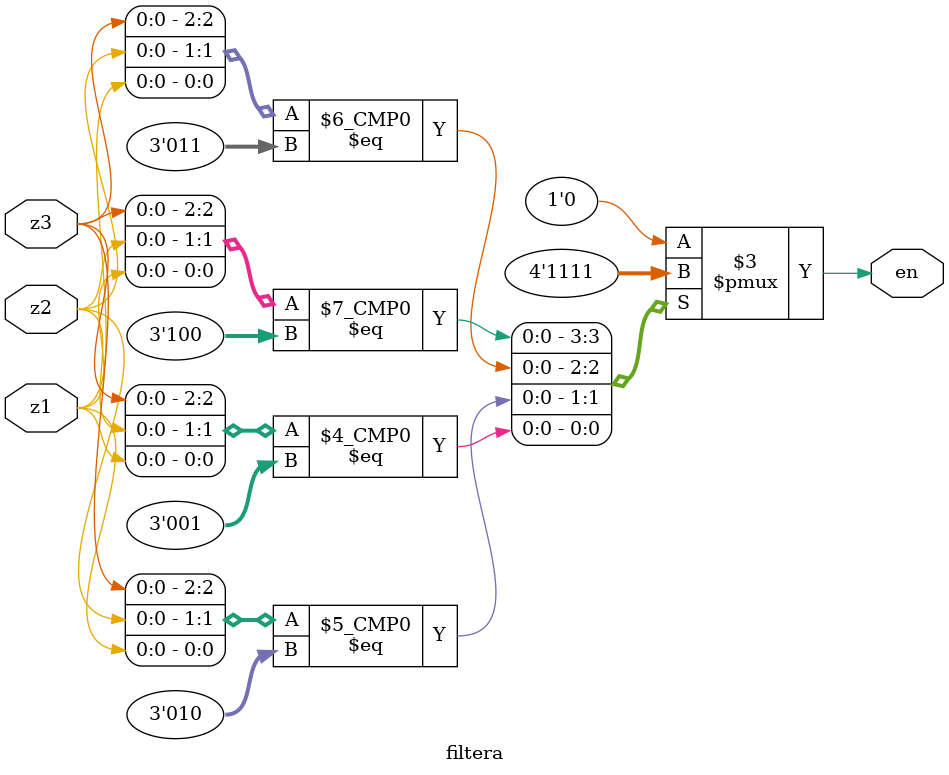
<source format=v>
module filtera(z3, z2, z1, en);
	input z3, z2, z1;
	output reg en;
	
	always@(*)
	begin
		case({z3, z2, z1})
		3'b100: en = 1;
		3'b011: en = 1;
		3'b010: en = 1;
		3'b001: en = 1;
		default: en = 0;
		endcase
	end
	
endmodule

</source>
